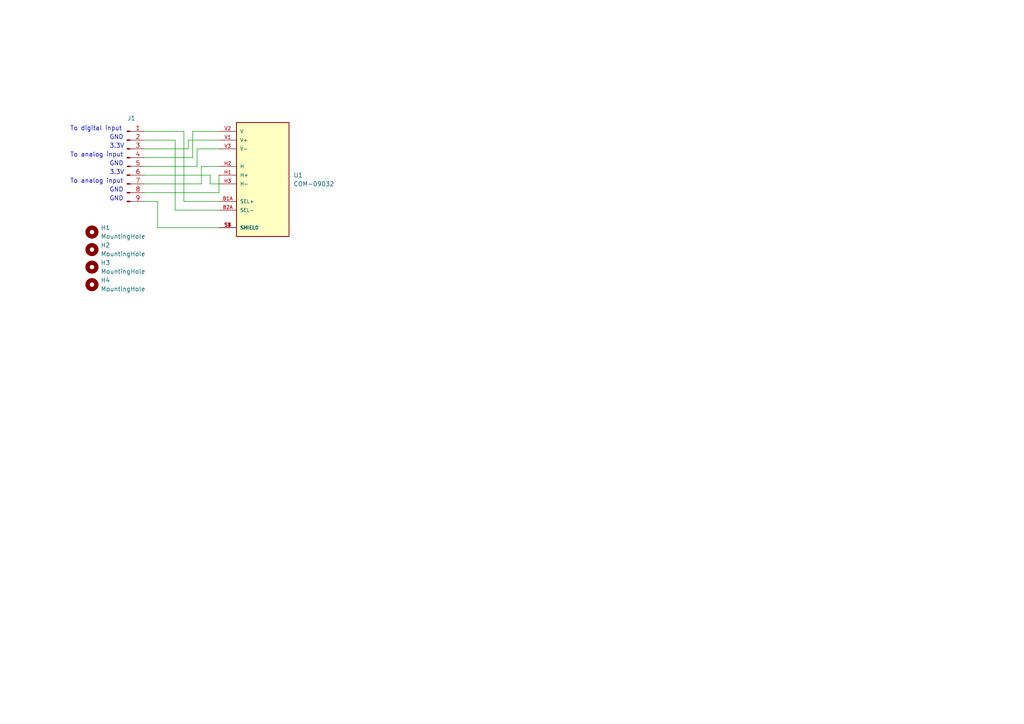
<source format=kicad_sch>
(kicad_sch (version 20211123) (generator eeschema)
  (paper "A4")
  (lib_symbols
    (symbol "COM-09032:COM-09032" (pin_names (offset 1.016))
      (property "Reference" "U" (at -7.62 16.002 0))
      (property "Value" "COM-09032" (at -7.62 -20.32 0))
      (symbol "COM-09032_0_0"
        (rectangle (start -7.62 -17.78) (end 7.62 15.24) (stroke (width 0.254)) (fill (type background)))
        (pin passive line (at -12.7 -7.62 0) (length 5.08) (name "SEL+") (number "B1A"))
        (pin passive line (at -12.7 -10.16 0) (length 5.08) (name "SEL-") (number "B2A"))
        (pin passive line (at -12.7 0 0) (length 5.08) (name "H+") (number "H1"))
        (pin passive line (at -12.7 2.54 0) (length 5.08) (name "H") (number "H2"))
        (pin passive line (at -12.7 -2.54 0) (length 5.08) (name "H-") (number "H3"))
        (pin passive line (at -12.7 -15.24 0) (length 5.08) (name "SHIELD") (number "S1"))
        (pin passive line (at -12.7 -15.24 0) (length 5.08) (name "SHIELD") (number "S2"))
        (pin passive line (at -12.7 -15.24 0) (length 5.08) (name "SHIELD") (number "S3"))
        (pin passive line (at -12.7 -15.24 0) (length 5.08) (name "SHIELD") (number "S4"))
        (pin passive line (at -12.7 10.16 0) (length 5.08) (name "V+") (number "V1"))
        (pin passive line (at -12.7 12.7 0) (length 5.08) (name "V") (number "V2"))
        (pin passive line (at -12.7 7.62 0) (length 5.08) (name "V-") (number "V3"))
      )
    )
    (symbol "Connector:Conn_01x09_Male" (pin_names (offset 1.016) hide)
      (property "Reference" "J" (at 0 12.7 0))
      (property "Value" "Conn_01x09_Male" (at 0 -12.7 0))
      (symbol "Conn_01x09_Male_1_1"
        (polyline (pts (xy 1.27 -10.16) (xy 0.8636 -10.16)) (stroke (width 0.1524)))
        (polyline (pts (xy 1.27 -7.62) (xy 0.8636 -7.62)) (stroke (width 0.1524)))
        (polyline (pts (xy 1.27 -5.08) (xy 0.8636 -5.08)) (stroke (width 0.1524)))
        (polyline (pts (xy 1.27 -2.54) (xy 0.8636 -2.54)) (stroke (width 0.1524)))
        (polyline (pts (xy 1.27 0) (xy 0.8636 0)) (stroke (width 0.1524)))
        (polyline (pts (xy 1.27 2.54) (xy 0.8636 2.54)) (stroke (width 0.1524)))
        (polyline (pts (xy 1.27 5.08) (xy 0.8636 5.08)) (stroke (width 0.1524)))
        (polyline (pts (xy 1.27 7.62) (xy 0.8636 7.62)) (stroke (width 0.1524)))
        (polyline (pts (xy 1.27 10.16) (xy 0.8636 10.16)) (stroke (width 0.1524)))
        (rectangle (start 0.8636 -10.033) (end 0 -10.287) (stroke (width 0.1524)) (fill (type outline)))
        (rectangle (start 0.8636 -7.493) (end 0 -7.747) (stroke (width 0.1524)) (fill (type outline)))
        (rectangle (start 0.8636 -4.953) (end 0 -5.207) (stroke (width 0.1524)) (fill (type outline)))
        (rectangle (start 0.8636 -2.413) (end 0 -2.667) (stroke (width 0.1524)) (fill (type outline)))
        (rectangle (start 0.8636 0.127) (end 0 -0.127) (stroke (width 0.1524)) (fill (type outline)))
        (rectangle (start 0.8636 2.667) (end 0 2.413) (stroke (width 0.1524)) (fill (type outline)))
        (rectangle (start 0.8636 5.207) (end 0 4.953) (stroke (width 0.1524)) (fill (type outline)))
        (rectangle (start 0.8636 7.747) (end 0 7.493) (stroke (width 0.1524)) (fill (type outline)))
        (rectangle (start 0.8636 10.287) (end 0 10.033) (stroke (width 0.1524)) (fill (type outline)))
        (pin passive line (at 5.08 10.16 180) (length 3.81) (name "Pin_1") (number "1"))
        (pin passive line (at 5.08 7.62 180) (length 3.81) (name "Pin_2") (number "2"))
        (pin passive line (at 5.08 5.08 180) (length 3.81) (name "Pin_3") (number "3"))
        (pin passive line (at 5.08 2.54 180) (length 3.81) (name "Pin_4") (number "4"))
        (pin passive line (at 5.08 0 180) (length 3.81) (name "Pin_5") (number "5"))
        (pin passive line (at 5.08 -2.54 180) (length 3.81) (name "Pin_6") (number "6"))
        (pin passive line (at 5.08 -5.08 180) (length 3.81) (name "Pin_7") (number "7"))
        (pin passive line (at 5.08 -7.62 180) (length 3.81) (name "Pin_8") (number "8"))
        (pin passive line (at 5.08 -10.16 180) (length 3.81) (name "Pin_9") (number "9"))
      )
    )
    (symbol "Mechanical:MountingHole" (pin_names (offset 1.016))
      (property "Reference" "H" (at 0 5.08 0))
      (property "Value" "MountingHole" (at 0 3.175 0))
      (symbol "MountingHole_0_1"
        (circle (center 0 0) (radius 1.27) (stroke (width 1.27)))
      )
    )
  )
  (wire (pts (xy 53.34 58.42) (xy 53.34 38.1)))
  (wire (pts (xy 41.91 50.8) (xy 60.96 50.8)))
  (wire (pts (xy 50.8 40.64) (xy 41.91 40.64)))
  (wire (pts (xy 50.8 60.96) (xy 50.8 40.64)))
  (wire (pts (xy 45.72 66.04) (xy 45.72 58.42)))
  (wire (pts (xy 41.91 43.18) (xy 54.61 43.18)))
  (wire (pts (xy 63.5 50.8) (xy 63.5 55.88)))
  (wire (pts (xy 45.72 58.42) (xy 41.91 58.42)))
  (wire (pts (xy 63.5 66.04) (xy 45.72 66.04)))
  (wire (pts (xy 57.15 43.18) (xy 63.5 43.18)))
  (wire (pts (xy 57.15 48.26) (xy 57.15 43.18)))
  (wire (pts (xy 58.42 48.26) (xy 58.42 53.34)))
  (wire (pts (xy 63.5 60.96) (xy 50.8 60.96)))
  (wire (pts (xy 60.96 53.34) (xy 63.5 53.34)))
  (wire (pts (xy 54.61 40.64) (xy 63.5 40.64)))
  (wire (pts (xy 41.91 53.34) (xy 58.42 53.34)))
  (wire (pts (xy 60.96 50.8) (xy 60.96 53.34)))
  (wire (pts (xy 55.88 38.1) (xy 55.88 45.72)))
  (wire (pts (xy 41.91 45.72) (xy 55.88 45.72)))
  (wire (pts (xy 53.34 38.1) (xy 41.91 38.1)))
  (wire (pts (xy 63.5 58.42) (xy 53.34 58.42)))
  (wire (pts (xy 63.5 55.88) (xy 41.91 55.88)))
  (wire (pts (xy 41.91 48.26) (xy 57.15 48.26)))
  (wire (pts (xy 63.5 38.1) (xy 55.88 38.1)))
  (wire (pts (xy 63.5 48.26) (xy 58.42 48.26)))
  (wire (pts (xy 54.61 43.18) (xy 54.61 40.64)))
  (text "GND" (at 31.75 55.88 0) (effects (font (size 1.27 1.27)) (justify left bottom)))
  (text "3.3V" (at 31.75 50.8 0) (effects (font (size 1.27 1.27)) (justify left bottom)))
  (text "To digital input" (at 20.32 38.1 0) (effects (font (size 1.27 1.27)) (justify left bottom)))
  (text "To analog input" (at 20.32 45.72 0) (effects (font (size 1.27 1.27)) (justify left bottom)))
  (text "3.3V" (at 31.75 43.18 0) (effects (font (size 1.27 1.27)) (justify left bottom)))
  (text "GND" (at 31.75 40.64 0) (effects (font (size 1.27 1.27)) (justify left bottom)))
  (text "To analog input" (at 20.32 53.34 0) (effects (font (size 1.27 1.27)) (justify left bottom)))
  (text "GND" (at 31.75 58.42 0) (effects (font (size 1.27 1.27)) (justify left bottom)))
  (text "GND" (at 31.75 48.26 0) (effects (font (size 1.27 1.27)) (justify left bottom)))
  (symbol (lib_id "Mechanical:MountingHole") (at 26.67 77.47 0) (unit 1)
    (property "Reference" "H3" (at 29.21 76.1999 0) (effects (justify left)))
    (property "Value" "MountingHole" (at 29.21 78.7399 0) (effects (justify left)))
    (property "Footprint" "MountingHole:MountingHole_3.2mm_M3_DIN965" (effects hide))
  )
  (symbol (lib_id "Connector:Conn_01x09_Male") (at 36.83 48.26 0) (unit 1)
    (property "Reference" "J1" (at 38.1 34.29 0))
    (property "Value" "Conn_01x05_Male" (effects hide))
    (property "Footprint" "Connector_PinHeader_2.54mm:PinHeader_1x09_P2.54mm_Vertical" (effects hide))
  )
  (symbol (lib_id "Mechanical:MountingHole") (at 26.67 72.39 0) (unit 1)
    (property "Reference" "H2" (at 29.21 71.1199 0) (effects (justify left)))
    (property "Value" "MountingHole" (at 29.21 73.6599 0) (effects (justify left)))
    (property "Footprint" "MountingHole:MountingHole_3.2mm_M3_DIN965" (effects hide))
  )
  (symbol (lib_id "Mechanical:MountingHole") (at 26.67 82.55 0) (unit 1)
    (property "Reference" "H4" (at 29.21 81.2799 0) (effects (justify left)))
    (property "Value" "MountingHole" (at 29.21 83.8199 0) (effects (justify left)))
    (property "Footprint" "MountingHole:MountingHole_3.2mm_M3_DIN965" (effects hide))
  )
  (symbol (lib_id "COM-09032:COM-09032") (at 76.2 50.8 0) (unit 1)
    (property "Reference" "U1" (at 85.09 50.7999 0) (effects (justify left)))
    (property "Value" "COM-09032" (at 85.09 53.3399 0) (effects (justify left)))
    (property "Footprint" "XDCR_COM-09032" (effects hide))
    (property "STANDARD" "Manufacturer Recommendations" (effects hide))
    (property "MAXIMUM_PACKAGE_HEIGHT" "30.1mm" (effects hide))
    (property "PARTREV" "N/A" (effects hide))
    (property "MANUFACTURER" "SparkFun Electronics" (effects hide))
  )
  (symbol (lib_id "Mechanical:MountingHole") (at 26.67 67.31 0) (unit 1)
    (property "Reference" "H1" (at 29.21 66.0399 0) (effects (justify left)))
    (property "Value" "MountingHole" (at 29.21 68.5799 0) (effects (justify left)))
    (property "Footprint" "MountingHole:MountingHole_3.2mm_M3_DIN965" (effects hide))
  )
)
</source>
